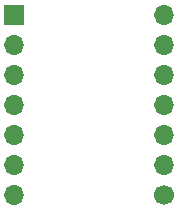
<source format=gbs>
%TF.GenerationSoftware,KiCad,Pcbnew,8.0.4*%
%TF.CreationDate,2025-01-06T14:25:05+00:00*%
%TF.ProjectId,tssop_14_breakout,7473736f-705f-4313-945f-627265616b6f,rev?*%
%TF.SameCoordinates,Original*%
%TF.FileFunction,Soldermask,Bot*%
%TF.FilePolarity,Negative*%
%FSLAX46Y46*%
G04 Gerber Fmt 4.6, Leading zero omitted, Abs format (unit mm)*
G04 Created by KiCad (PCBNEW 8.0.4) date 2025-01-06 14:25:05*
%MOMM*%
%LPD*%
G01*
G04 APERTURE LIST*
%ADD10R,1.700000X1.700000*%
%ADD11O,1.700000X1.700000*%
%ADD12C,1.700000*%
G04 APERTURE END LIST*
D10*
%TO.C,J7*%
X52150000Y-52380000D03*
D11*
X52150000Y-54920000D03*
X52150000Y-57460000D03*
X52150000Y-60000000D03*
X52150000Y-62540000D03*
X52150000Y-65080000D03*
X52150000Y-67620000D03*
%TD*%
D12*
%TO.C,J8*%
X64850000Y-67620000D03*
D11*
X64850000Y-65080000D03*
X64850000Y-62540000D03*
X64850000Y-60000000D03*
X64850000Y-57460000D03*
X64850000Y-54920000D03*
X64850000Y-52380000D03*
%TD*%
M02*

</source>
